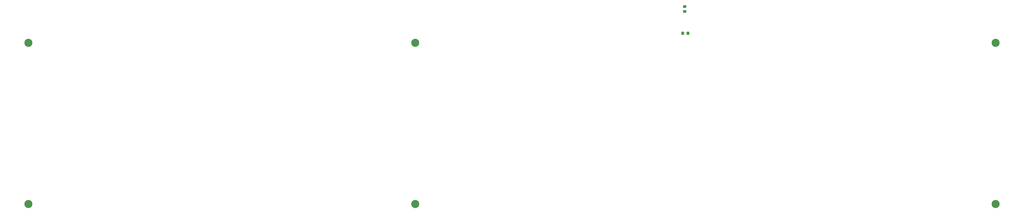
<source format=gbr>
%TF.GenerationSoftware,KiCad,Pcbnew,6.0.2+dfsg-1*%
%TF.CreationDate,2024-04-12T04:35:11+02:00*%
%TF.ProjectId,seatel,73656174-656c-42e6-9b69-6361645f7063,rev?*%
%TF.SameCoordinates,Original*%
%TF.FileFunction,Paste,Bot*%
%TF.FilePolarity,Positive*%
%FSLAX46Y46*%
G04 Gerber Fmt 4.6, Leading zero omitted, Abs format (unit mm)*
G04 Created by KiCad (PCBNEW 6.0.2+dfsg-1) date 2024-04-12 04:35:11*
%MOMM*%
%LPD*%
G01*
G04 APERTURE LIST*
G04 Aperture macros list*
%AMRoundRect*
0 Rectangle with rounded corners*
0 $1 Rounding radius*
0 $2 $3 $4 $5 $6 $7 $8 $9 X,Y pos of 4 corners*
0 Add a 4 corners polygon primitive as box body*
4,1,4,$2,$3,$4,$5,$6,$7,$8,$9,$2,$3,0*
0 Add four circle primitives for the rounded corners*
1,1,$1+$1,$2,$3*
1,1,$1+$1,$4,$5*
1,1,$1+$1,$6,$7*
1,1,$1+$1,$8,$9*
0 Add four rect primitives between the rounded corners*
20,1,$1+$1,$2,$3,$4,$5,0*
20,1,$1+$1,$4,$5,$6,$7,0*
20,1,$1+$1,$6,$7,$8,$9,0*
20,1,$1+$1,$8,$9,$2,$3,0*%
G04 Aperture macros list end*
%ADD10C,2.500000*%
%ADD11RoundRect,0.225000X0.250000X-0.225000X0.250000X0.225000X-0.250000X0.225000X-0.250000X-0.225000X0*%
%ADD12RoundRect,0.225000X0.225000X0.250000X-0.225000X0.250000X-0.225000X-0.250000X0.225000X-0.250000X0*%
G04 APERTURE END LIST*
D10*
%TO.C,FID6*%
X70000000Y-155000000D03*
%TD*%
%TO.C,FID5*%
X70000000Y-105000000D03*
%TD*%
%TO.C,FID4*%
X190000000Y-105000000D03*
%TD*%
%TO.C,FID3*%
X370000000Y-105000000D03*
%TD*%
%TO.C,FID2*%
X190000000Y-155000000D03*
%TD*%
%TO.C,FID1*%
X370000000Y-155000000D03*
%TD*%
D11*
%TO.C,C76*%
X273500000Y-95275000D03*
X273500000Y-93725000D03*
%TD*%
D12*
%TO.C,C75*%
X274525000Y-102000000D03*
X272975000Y-102000000D03*
%TD*%
M02*

</source>
